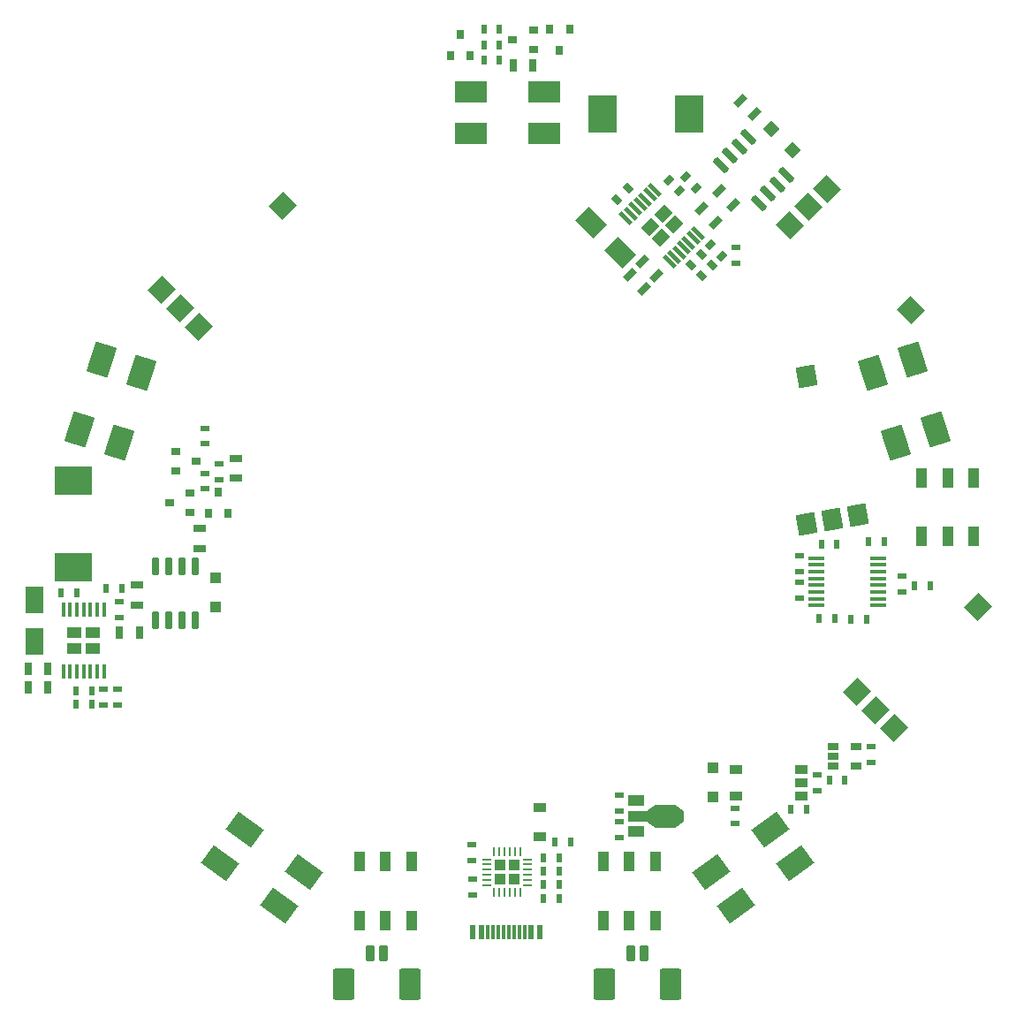
<source format=gbp>
G04 #@! TF.GenerationSoftware,KiCad,Pcbnew,6.0.0-d3dd2cf0fa~116~ubuntu20.04.1*
G04 #@! TF.CreationDate,2022-01-19T00:36:28+01:00*
G04 #@! TF.ProjectId,camera-flash,63616d65-7261-42d6-966c-6173682e6b69,rev?*
G04 #@! TF.SameCoordinates,Original*
G04 #@! TF.FileFunction,Paste,Bot*
G04 #@! TF.FilePolarity,Positive*
%FSLAX46Y46*%
G04 Gerber Fmt 4.6, Leading zero omitted, Abs format (unit mm)*
G04 Created by KiCad (PCBNEW 6.0.0-d3dd2cf0fa~116~ubuntu20.04.1) date 2022-01-19 00:36:28*
%MOMM*%
%LPD*%
G01*
G04 APERTURE LIST*
G04 Aperture macros list*
%AMRoundRect*
0 Rectangle with rounded corners*
0 $1 Rounding radius*
0 $2 $3 $4 $5 $6 $7 $8 $9 X,Y pos of 4 corners*
0 Add a 4 corners polygon primitive as box body*
4,1,4,$2,$3,$4,$5,$6,$7,$8,$9,$2,$3,0*
0 Add four circle primitives for the rounded corners*
1,1,$1+$1,$2,$3*
1,1,$1+$1,$4,$5*
1,1,$1+$1,$6,$7*
1,1,$1+$1,$8,$9*
0 Add four rect primitives between the rounded corners*
20,1,$1+$1,$2,$3,$4,$5,0*
20,1,$1+$1,$4,$5,$6,$7,0*
20,1,$1+$1,$6,$7,$8,$9,0*
20,1,$1+$1,$8,$9,$2,$3,0*%
%AMRotRect*
0 Rectangle, with rotation*
0 The origin of the aperture is its center*
0 $1 length*
0 $2 width*
0 $3 Rotation angle, in degrees counterclockwise*
0 Add horizontal line*
21,1,$1,$2,0,0,$3*%
%AMOutline4P*
0 Free polygon, 4 corners , with rotation*
0 The origin of the aperture is its center*
0 number of corners: always 4*
0 $1 to $8 corner X, Y*
0 $9 Rotation angle, in degrees counterclockwise*
0 create outline with 4 corners*
4,1,4,$1,$2,$3,$4,$5,$6,$7,$8,$1,$2,$9*%
G04 Aperture macros list end*
%ADD10R,0.600000X0.900000*%
%ADD11RotRect,1.800000X2.000000X315.000000*%
%ADD12RotRect,1.800000X2.000000X135.000000*%
%ADD13RotRect,1.800000X2.000000X10.000000*%
%ADD14RotRect,1.800000X2.000000X190.000000*%
%ADD15RotRect,1.800000X2.000000X225.000000*%
%ADD16RotRect,1.800000X2.000000X45.000000*%
%ADD17R,1.100000X1.100000*%
%ADD18RotRect,1.100000X1.100000X135.000000*%
%ADD19RoundRect,0.150000X0.150000X-0.725000X0.150000X0.725000X-0.150000X0.725000X-0.150000X-0.725000X0*%
%ADD20RoundRect,0.150000X0.618718X-0.406586X-0.406586X0.618718X-0.618718X0.406586X0.406586X-0.618718X0*%
%ADD21R,0.700000X1.300000*%
%ADD22RotRect,0.700000X1.300000X135.000000*%
%ADD23Outline4P,-1.500000X-1.050000X1.500000X-1.050000X1.500000X1.050000X-1.500000X1.050000X35.900000*%
%ADD24R,1.500000X0.450000*%
%ADD25R,1.060000X0.650000*%
%ADD26Outline4P,-0.400000X-0.600000X0.400000X-0.600000X0.400000X0.600000X-0.400000X0.600000X90.000000*%
%ADD27R,1.400000X1.100000*%
%ADD28R,0.450000X1.450000*%
%ADD29RotRect,1.100000X1.400000X315.000000*%
%ADD30RotRect,1.450000X0.450000X315.000000*%
%ADD31Outline4P,-0.400000X-0.500000X0.400000X-0.500000X1.100000X0.500000X-1.100000X0.500000X270.000000*%
%ADD32R,1.840000X2.200000*%
%ADD33R,1.500000X1.000000*%
%ADD34R,1.800000X1.000000*%
%ADD35Outline4P,-0.500000X-0.425000X0.500000X-0.425000X1.100000X0.425000X-1.100000X0.425000X90.000000*%
%ADD36R,0.825000X0.250000*%
%ADD37R,0.250000X0.825000*%
%ADD38RoundRect,0.250000X0.295000X-0.295000X0.295000X0.295000X-0.295000X0.295000X-0.295000X-0.295000X0*%
%ADD39R,1.100000X1.950000*%
%ADD40R,0.900000X0.600000*%
%ADD41R,1.300000X0.700000*%
%ADD42RotRect,0.600000X0.900000X135.000000*%
%ADD43RotRect,0.600000X0.900000X315.000000*%
%ADD44RotRect,0.600000X0.900000X45.000000*%
%ADD45R,0.900000X0.800000*%
%ADD46R,0.800000X0.900000*%
%ADD47R,3.600000X2.700000*%
%ADD48R,2.700000X3.600000*%
%ADD49RoundRect,0.250001X0.799999X1.249999X-0.799999X1.249999X-0.799999X-1.249999X0.799999X-1.249999X0*%
%ADD50RoundRect,0.200000X0.200000X0.600000X-0.200000X0.600000X-0.200000X-0.600000X0.200000X-0.600000X0*%
%ADD51Outline4P,-1.500000X-1.050000X1.500000X-1.050000X1.500000X1.050000X-1.500000X1.050000X324.100000*%
%ADD52Outline4P,-1.500000X-1.050000X1.500000X-1.050000X1.500000X1.050000X-1.500000X1.050000X252.000000*%
%ADD53Outline4P,-1.500000X-1.050000X1.500000X-1.050000X1.500000X1.050000X-1.500000X1.050000X108.000000*%
%ADD54Outline4P,-1.500000X-1.050000X1.500000X-1.050000X1.500000X1.050000X-1.500000X1.050000X0.000000*%
%ADD55R,0.600000X1.450000*%
%ADD56R,0.300000X1.450000*%
%ADD57R,1.300000X0.900000*%
%ADD58R,1.800000X2.500000*%
%ADD59RotRect,2.500000X1.800000X315.000000*%
%ADD60RotRect,0.700000X1.300000X315.000000*%
G04 APERTURE END LIST*
D10*
X130850000Y-124000000D03*
X132350000Y-124000000D03*
D11*
X133487511Y-115476955D03*
D12*
X137023045Y-119012489D03*
X135255278Y-117244722D03*
X145084062Y-107415938D03*
D13*
X128675072Y-99417140D03*
D14*
X133599110Y-98548899D03*
X131137091Y-98983020D03*
X128723381Y-85294192D03*
D11*
X66887511Y-76976955D03*
D12*
X70423045Y-80512489D03*
X68655278Y-78744722D03*
X78484062Y-68915938D03*
D15*
X130623045Y-67287511D03*
D16*
X127087511Y-70823045D03*
X128855278Y-69055278D03*
X138684062Y-78884062D03*
D17*
X119666548Y-122797918D03*
X119666548Y-125597918D03*
X72000000Y-104600000D03*
X72000000Y-107400000D03*
D18*
X125310051Y-61610051D03*
X127289949Y-63589949D03*
D19*
X70089062Y-103507843D03*
X68819062Y-103507843D03*
X67549062Y-103507843D03*
X66279062Y-103507843D03*
X66279062Y-108657843D03*
X67549062Y-108657843D03*
X68819062Y-108657843D03*
X70089062Y-108657843D03*
D20*
X123126238Y-62332162D03*
X122228213Y-63230187D03*
X121330187Y-64128213D03*
X120432162Y-65026238D03*
X124073762Y-68667838D03*
X124971787Y-67769813D03*
X125869813Y-66871787D03*
X126767838Y-65973762D03*
D21*
X62850000Y-109800000D03*
X64750000Y-109800000D03*
D22*
X118628249Y-69228249D03*
X119971751Y-70571751D03*
D23*
X125233601Y-128687213D03*
X127579090Y-131927380D03*
X119563310Y-132791820D03*
X121908799Y-136031987D03*
D24*
X135537868Y-107245711D03*
X135537868Y-106595711D03*
X135537868Y-105945711D03*
X135537868Y-105295711D03*
X135537868Y-104645711D03*
X135537868Y-103995711D03*
X135537868Y-103345711D03*
X135537868Y-102695711D03*
X129637868Y-102695711D03*
X129637868Y-103345711D03*
X129637868Y-103995711D03*
X129637868Y-104645711D03*
X129637868Y-105295711D03*
X129637868Y-105945711D03*
X129637868Y-106595711D03*
X129637868Y-107245711D03*
D25*
X133400000Y-122650000D03*
X133400000Y-120750000D03*
X131200000Y-120750000D03*
X131200000Y-121700000D03*
X131200000Y-122650000D03*
D26*
X121890559Y-122927918D03*
X121890559Y-125467918D03*
X128190559Y-122927918D03*
X128190559Y-125467918D03*
X128190559Y-124197918D03*
D27*
X58500000Y-109850000D03*
D28*
X57450000Y-113550000D03*
X58100000Y-113550000D03*
X58750000Y-113550000D03*
X59400000Y-113550000D03*
X60050000Y-113550000D03*
X60700000Y-113550000D03*
X61350000Y-113550000D03*
X61350000Y-107650000D03*
X60700000Y-107650000D03*
X60050000Y-107650000D03*
X59400000Y-107650000D03*
X58750000Y-107650000D03*
X58100000Y-107650000D03*
X57450000Y-107650000D03*
D27*
X58500000Y-111350000D03*
X60300000Y-111350000D03*
X60300000Y-109850000D03*
D29*
X113654773Y-70953048D03*
D30*
X115528606Y-74311805D03*
X115988225Y-73852186D03*
X116447845Y-73392566D03*
X116907464Y-72932947D03*
X117367083Y-72473328D03*
X117826703Y-72013708D03*
X118286322Y-71554089D03*
X114114392Y-67382159D03*
X113654773Y-67841778D03*
X113195153Y-68301398D03*
X112735534Y-68761017D03*
X112275915Y-69220636D03*
X111816295Y-69680256D03*
X111356676Y-70139875D03*
D29*
X114715433Y-72013708D03*
X115988225Y-70740916D03*
X114927565Y-69680256D03*
D31*
X113723800Y-127400000D03*
D32*
X115133500Y-127400000D03*
D33*
X112320000Y-125900000D03*
D34*
X112466500Y-127400000D03*
D33*
X112320000Y-128900000D03*
D35*
X116467000Y-127400000D03*
D36*
X101962500Y-134050000D03*
X101962500Y-133550000D03*
X101962500Y-133050000D03*
X101962500Y-132550000D03*
X101962500Y-132050000D03*
X101962500Y-131550000D03*
D37*
X101250000Y-130837500D03*
X100750000Y-130837500D03*
X100250000Y-130837500D03*
X99750000Y-130837500D03*
X99250000Y-130837500D03*
X98750000Y-130837500D03*
D36*
X98037500Y-131550000D03*
X98037500Y-132050000D03*
X98037500Y-132550000D03*
X98037500Y-133050000D03*
X98037500Y-133550000D03*
X98037500Y-134050000D03*
D37*
X98750000Y-134762500D03*
X99250000Y-134762500D03*
X99750000Y-134762500D03*
X100250000Y-134762500D03*
X100750000Y-134762500D03*
X101250000Y-134762500D03*
D38*
X99325000Y-132125000D03*
X100675000Y-132125000D03*
X99325000Y-133475000D03*
X100675000Y-133475000D03*
D39*
X144700000Y-94975000D03*
X139700000Y-94975000D03*
X144700000Y-100625000D03*
X139700000Y-100625000D03*
X142200000Y-94975000D03*
X142200000Y-100625000D03*
X109200000Y-137425000D03*
X114200000Y-137425000D03*
X109200000Y-131775000D03*
X114200000Y-131775000D03*
X111700000Y-137425000D03*
X111700000Y-131775000D03*
X90800000Y-131775000D03*
X85800000Y-131775000D03*
X90800000Y-137425000D03*
X85800000Y-137425000D03*
X88300000Y-131775000D03*
X88300000Y-137425000D03*
D10*
X106050000Y-129900000D03*
X104550000Y-129900000D03*
X134650000Y-101150000D03*
X136150000Y-101150000D03*
D40*
X71000000Y-90250000D03*
X71000000Y-91750000D03*
D10*
X99250000Y-55000000D03*
X97750000Y-55000000D03*
D40*
X72400000Y-93650000D03*
X72400000Y-95150000D03*
D10*
X97750000Y-53500000D03*
X99250000Y-53500000D03*
D40*
X71000000Y-94550000D03*
X71000000Y-96050000D03*
D10*
X97750000Y-52000000D03*
X99250000Y-52000000D03*
D41*
X70500000Y-99850000D03*
X70500000Y-101750000D03*
D22*
X122328249Y-58828249D03*
X123671751Y-60171751D03*
D10*
X131350000Y-108500000D03*
X129850000Y-108500000D03*
D40*
X128000000Y-106500000D03*
X128000000Y-105000000D03*
D10*
X131600000Y-101350000D03*
X130100000Y-101350000D03*
X139050000Y-105300000D03*
X140550000Y-105300000D03*
X128650000Y-126800000D03*
X127150000Y-126800000D03*
D40*
X121800000Y-128150000D03*
X121800000Y-126650000D03*
D10*
X61550000Y-105600000D03*
X63050000Y-105600000D03*
D42*
X117069670Y-66169670D03*
X118130330Y-67230330D03*
D40*
X62800000Y-108350000D03*
X62800000Y-106850000D03*
D43*
X116530330Y-67530330D03*
X115469670Y-66469670D03*
D40*
X62600000Y-115250000D03*
X62600000Y-116750000D03*
X121900000Y-72950000D03*
X121900000Y-74450000D03*
D10*
X60150000Y-115400000D03*
X58650000Y-115400000D03*
D44*
X118630330Y-73569670D03*
X117569670Y-74630330D03*
D40*
X96700000Y-133450000D03*
X96700000Y-134950000D03*
X96600000Y-131650000D03*
X96600000Y-130150000D03*
D45*
X70200000Y-93400000D03*
X68200000Y-92450000D03*
X68200000Y-94350000D03*
D46*
X95500000Y-52500000D03*
X94550000Y-54500000D03*
X96450000Y-54500000D03*
D45*
X67600000Y-97400000D03*
X69600000Y-98350000D03*
X69600000Y-96450000D03*
D46*
X72300000Y-96400000D03*
X71350000Y-98400000D03*
X73250000Y-98400000D03*
X105000000Y-54000000D03*
X105950000Y-52000000D03*
X104050000Y-52000000D03*
D45*
X100500000Y-53000000D03*
X102500000Y-53950000D03*
X102500000Y-52050000D03*
D47*
X58400000Y-95250000D03*
X58400000Y-103550000D03*
D48*
X117450000Y-60100000D03*
X109150000Y-60100000D03*
D49*
X84325000Y-143500000D03*
X90675000Y-143500000D03*
D50*
X86875000Y-140600000D03*
X88125000Y-140600000D03*
D49*
X109325000Y-143500000D03*
X115675000Y-143500000D03*
D50*
X111875000Y-140600000D03*
X113125000Y-140600000D03*
D51*
X80496480Y-132792900D03*
X78150991Y-136033067D03*
X74826189Y-128688293D03*
X72480700Y-131928460D03*
D52*
X62778294Y-91586052D03*
X58974067Y-90349984D03*
X64941413Y-84928656D03*
X61137186Y-83692588D03*
D53*
X135058587Y-84928656D03*
X138862814Y-83692588D03*
X137221706Y-91586052D03*
X141025933Y-90349984D03*
D54*
X103500000Y-58000000D03*
X103500000Y-62000000D03*
X96500000Y-58000000D03*
X96500000Y-62000000D03*
D55*
X102290000Y-138500000D03*
X97490000Y-138500000D03*
X96690000Y-138500000D03*
X103090000Y-138500000D03*
X96690000Y-138500000D03*
X97490000Y-138500000D03*
D56*
X98140000Y-138500000D03*
X98640000Y-138500000D03*
X99140000Y-138500000D03*
X99640000Y-138500000D03*
X100140000Y-138500000D03*
X100640000Y-138500000D03*
X101140000Y-138500000D03*
X101640000Y-138500000D03*
D55*
X102290000Y-138500000D03*
X103090000Y-138500000D03*
D57*
X103100000Y-126600000D03*
X103100000Y-129400000D03*
D58*
X54700000Y-110700000D03*
X54700000Y-106700000D03*
D59*
X110817515Y-73393251D03*
X107989087Y-70564823D03*
D41*
X74000000Y-93150000D03*
X74000000Y-95050000D03*
D21*
X102450000Y-55500000D03*
X100550000Y-55500000D03*
D10*
X132950000Y-108600000D03*
X134450000Y-108600000D03*
D40*
X134850000Y-120750000D03*
X134850000Y-122250000D03*
X128000000Y-102500000D03*
X128000000Y-104000000D03*
X137800000Y-105950000D03*
X137800000Y-104450000D03*
X129700000Y-123450000D03*
X129700000Y-124950000D03*
D41*
X64507107Y-107174264D03*
X64507107Y-105274264D03*
D60*
X121671751Y-68871751D03*
X120328249Y-67528249D03*
D10*
X60150000Y-116700000D03*
X58650000Y-116700000D03*
D44*
X119630330Y-74569670D03*
X118569670Y-75630330D03*
D10*
X58750000Y-106000000D03*
X57250000Y-106000000D03*
D44*
X111559976Y-67276777D03*
X110499316Y-68337437D03*
D40*
X61300000Y-116750000D03*
X61300000Y-115250000D03*
D43*
X120530330Y-73730330D03*
X119469670Y-72669670D03*
D21*
X54050000Y-113300000D03*
X55950000Y-113300000D03*
D22*
X112955814Y-74308505D03*
X114299316Y-75652007D03*
D21*
X54050000Y-115050000D03*
X55950000Y-115050000D03*
D22*
X111728248Y-75528249D03*
X113071750Y-76871751D03*
D40*
X110700000Y-125450000D03*
X110700000Y-126950000D03*
X110700000Y-129450000D03*
X110700000Y-127950000D03*
D10*
X103450000Y-135300000D03*
X104950000Y-135300000D03*
X103450000Y-132700000D03*
X104950000Y-132700000D03*
X103450000Y-134000000D03*
X104950000Y-134000000D03*
X103450000Y-131400000D03*
X104950000Y-131400000D03*
M02*

</source>
